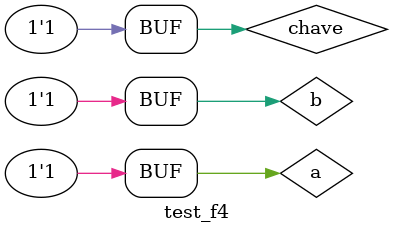
<source format=v>

module f4(output s, input a, input b, input chave);
	wire s1, s2, s3, s4;
	
	xor XOR1(s1, a, b);
	xnor XNOR2(s2, a, b);
	
	and AND1(s3, s1, chave);
	and AND2(s4, s2, chave);
	
	or OR1(s, s3, s4);
	
endmodule // f4_gate

// -------------------------
// testef4
// -------------------------
module test_f4;
// ------------------------- definir dados
	reg a;
	reg b;
	reg chave;
	wire x;

	f4 modulo(x,a,b,chave);

// ------------------------- parte principal

	initial begin
		a=0; b=0; chave=0;
		
		$display("Exemplo0036 - Djonatas Tulio Rodrigues Costa - 440954");
		$display("Test LU's module\n");

		$display("\nChave = 0, operacao OR");
		$monitor("%b --- %b = %b", a, b, x);
		#1 a=0; b=1;
		#1 a=1; b=0;
		#1 a=1; b=1;
		
		#1 $display("\nChave = 1, operacao AND");
		#1 a=0; b=0; chave=1;
		#1 a=0; b=1;
		#1 a=1; b=0;
		#1 a=1; b=1;
	end

endmodule // test_f4

</source>
